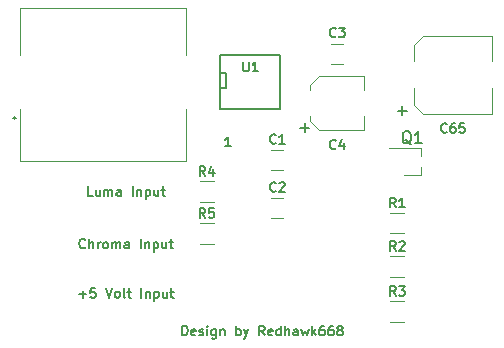
<source format=gbr>
G04 #@! TF.GenerationSoftware,KiCad,Pcbnew,(5.1.4)-1*
G04 #@! TF.CreationDate,2020-06-09T22:55:59+02:00*
G04 #@! TF.ProjectId,S-VHS ZX Spectrum Rev. B,532d5648-5320-45a5-9820-537065637472,rev?*
G04 #@! TF.SameCoordinates,Original*
G04 #@! TF.FileFunction,Legend,Top*
G04 #@! TF.FilePolarity,Positive*
%FSLAX46Y46*%
G04 Gerber Fmt 4.6, Leading zero omitted, Abs format (unit mm)*
G04 Created by KiCad (PCBNEW (5.1.4)-1) date 2020-06-09 22:55:59*
%MOMM*%
%LPD*%
G04 APERTURE LIST*
%ADD10C,0.200000*%
%ADD11C,0.150000*%
%ADD12C,0.120000*%
%ADD13C,0.100000*%
G04 APERTURE END LIST*
D10*
X155422571Y-95992904D02*
X154965428Y-95992904D01*
X155194000Y-95992904D02*
X155194000Y-95192904D01*
X155117809Y-95307190D01*
X155041619Y-95383380D01*
X154965428Y-95421476D01*
X151334047Y-111994904D02*
X151334047Y-111194904D01*
X151524523Y-111194904D01*
X151638809Y-111233000D01*
X151715000Y-111309190D01*
X151753095Y-111385380D01*
X151791190Y-111537761D01*
X151791190Y-111652047D01*
X151753095Y-111804428D01*
X151715000Y-111880619D01*
X151638809Y-111956809D01*
X151524523Y-111994904D01*
X151334047Y-111994904D01*
X152438809Y-111956809D02*
X152362619Y-111994904D01*
X152210238Y-111994904D01*
X152134047Y-111956809D01*
X152095952Y-111880619D01*
X152095952Y-111575857D01*
X152134047Y-111499666D01*
X152210238Y-111461571D01*
X152362619Y-111461571D01*
X152438809Y-111499666D01*
X152476904Y-111575857D01*
X152476904Y-111652047D01*
X152095952Y-111728238D01*
X152781666Y-111956809D02*
X152857857Y-111994904D01*
X153010238Y-111994904D01*
X153086428Y-111956809D01*
X153124523Y-111880619D01*
X153124523Y-111842523D01*
X153086428Y-111766333D01*
X153010238Y-111728238D01*
X152895952Y-111728238D01*
X152819761Y-111690142D01*
X152781666Y-111613952D01*
X152781666Y-111575857D01*
X152819761Y-111499666D01*
X152895952Y-111461571D01*
X153010238Y-111461571D01*
X153086428Y-111499666D01*
X153467380Y-111994904D02*
X153467380Y-111461571D01*
X153467380Y-111194904D02*
X153429285Y-111233000D01*
X153467380Y-111271095D01*
X153505476Y-111233000D01*
X153467380Y-111194904D01*
X153467380Y-111271095D01*
X154191190Y-111461571D02*
X154191190Y-112109190D01*
X154153095Y-112185380D01*
X154115000Y-112223476D01*
X154038809Y-112261571D01*
X153924523Y-112261571D01*
X153848333Y-112223476D01*
X154191190Y-111956809D02*
X154115000Y-111994904D01*
X153962619Y-111994904D01*
X153886428Y-111956809D01*
X153848333Y-111918714D01*
X153810238Y-111842523D01*
X153810238Y-111613952D01*
X153848333Y-111537761D01*
X153886428Y-111499666D01*
X153962619Y-111461571D01*
X154115000Y-111461571D01*
X154191190Y-111499666D01*
X154572142Y-111461571D02*
X154572142Y-111994904D01*
X154572142Y-111537761D02*
X154610238Y-111499666D01*
X154686428Y-111461571D01*
X154800714Y-111461571D01*
X154876904Y-111499666D01*
X154915000Y-111575857D01*
X154915000Y-111994904D01*
X155905476Y-111994904D02*
X155905476Y-111194904D01*
X155905476Y-111499666D02*
X155981666Y-111461571D01*
X156134047Y-111461571D01*
X156210238Y-111499666D01*
X156248333Y-111537761D01*
X156286428Y-111613952D01*
X156286428Y-111842523D01*
X156248333Y-111918714D01*
X156210238Y-111956809D01*
X156134047Y-111994904D01*
X155981666Y-111994904D01*
X155905476Y-111956809D01*
X156553095Y-111461571D02*
X156743571Y-111994904D01*
X156934047Y-111461571D02*
X156743571Y-111994904D01*
X156667380Y-112185380D01*
X156629285Y-112223476D01*
X156553095Y-112261571D01*
X158305476Y-111994904D02*
X158038809Y-111613952D01*
X157848333Y-111994904D02*
X157848333Y-111194904D01*
X158153095Y-111194904D01*
X158229285Y-111233000D01*
X158267380Y-111271095D01*
X158305476Y-111347285D01*
X158305476Y-111461571D01*
X158267380Y-111537761D01*
X158229285Y-111575857D01*
X158153095Y-111613952D01*
X157848333Y-111613952D01*
X158953095Y-111956809D02*
X158876904Y-111994904D01*
X158724523Y-111994904D01*
X158648333Y-111956809D01*
X158610238Y-111880619D01*
X158610238Y-111575857D01*
X158648333Y-111499666D01*
X158724523Y-111461571D01*
X158876904Y-111461571D01*
X158953095Y-111499666D01*
X158991190Y-111575857D01*
X158991190Y-111652047D01*
X158610238Y-111728238D01*
X159676904Y-111994904D02*
X159676904Y-111194904D01*
X159676904Y-111956809D02*
X159600714Y-111994904D01*
X159448333Y-111994904D01*
X159372142Y-111956809D01*
X159334047Y-111918714D01*
X159295952Y-111842523D01*
X159295952Y-111613952D01*
X159334047Y-111537761D01*
X159372142Y-111499666D01*
X159448333Y-111461571D01*
X159600714Y-111461571D01*
X159676904Y-111499666D01*
X160057857Y-111994904D02*
X160057857Y-111194904D01*
X160400714Y-111994904D02*
X160400714Y-111575857D01*
X160362619Y-111499666D01*
X160286428Y-111461571D01*
X160172142Y-111461571D01*
X160095952Y-111499666D01*
X160057857Y-111537761D01*
X161124523Y-111994904D02*
X161124523Y-111575857D01*
X161086428Y-111499666D01*
X161010238Y-111461571D01*
X160857857Y-111461571D01*
X160781666Y-111499666D01*
X161124523Y-111956809D02*
X161048333Y-111994904D01*
X160857857Y-111994904D01*
X160781666Y-111956809D01*
X160743571Y-111880619D01*
X160743571Y-111804428D01*
X160781666Y-111728238D01*
X160857857Y-111690142D01*
X161048333Y-111690142D01*
X161124523Y-111652047D01*
X161429285Y-111461571D02*
X161581666Y-111994904D01*
X161734047Y-111613952D01*
X161886428Y-111994904D01*
X162038809Y-111461571D01*
X162343571Y-111994904D02*
X162343571Y-111194904D01*
X162419761Y-111690142D02*
X162648333Y-111994904D01*
X162648333Y-111461571D02*
X162343571Y-111766333D01*
X163334047Y-111194904D02*
X163181666Y-111194904D01*
X163105476Y-111233000D01*
X163067380Y-111271095D01*
X162991190Y-111385380D01*
X162953095Y-111537761D01*
X162953095Y-111842523D01*
X162991190Y-111918714D01*
X163029285Y-111956809D01*
X163105476Y-111994904D01*
X163257857Y-111994904D01*
X163334047Y-111956809D01*
X163372142Y-111918714D01*
X163410238Y-111842523D01*
X163410238Y-111652047D01*
X163372142Y-111575857D01*
X163334047Y-111537761D01*
X163257857Y-111499666D01*
X163105476Y-111499666D01*
X163029285Y-111537761D01*
X162991190Y-111575857D01*
X162953095Y-111652047D01*
X164095952Y-111194904D02*
X163943571Y-111194904D01*
X163867380Y-111233000D01*
X163829285Y-111271095D01*
X163753095Y-111385380D01*
X163715000Y-111537761D01*
X163715000Y-111842523D01*
X163753095Y-111918714D01*
X163791190Y-111956809D01*
X163867380Y-111994904D01*
X164019761Y-111994904D01*
X164095952Y-111956809D01*
X164134047Y-111918714D01*
X164172142Y-111842523D01*
X164172142Y-111652047D01*
X164134047Y-111575857D01*
X164095952Y-111537761D01*
X164019761Y-111499666D01*
X163867380Y-111499666D01*
X163791190Y-111537761D01*
X163753095Y-111575857D01*
X163715000Y-111652047D01*
X164629285Y-111537761D02*
X164553095Y-111499666D01*
X164515000Y-111461571D01*
X164476904Y-111385380D01*
X164476904Y-111347285D01*
X164515000Y-111271095D01*
X164553095Y-111233000D01*
X164629285Y-111194904D01*
X164781666Y-111194904D01*
X164857857Y-111233000D01*
X164895952Y-111271095D01*
X164934047Y-111347285D01*
X164934047Y-111385380D01*
X164895952Y-111461571D01*
X164857857Y-111499666D01*
X164781666Y-111537761D01*
X164629285Y-111537761D01*
X164553095Y-111575857D01*
X164515000Y-111613952D01*
X164476904Y-111690142D01*
X164476904Y-111842523D01*
X164515000Y-111918714D01*
X164553095Y-111956809D01*
X164629285Y-111994904D01*
X164781666Y-111994904D01*
X164857857Y-111956809D01*
X164895952Y-111918714D01*
X164934047Y-111842523D01*
X164934047Y-111690142D01*
X164895952Y-111613952D01*
X164857857Y-111575857D01*
X164781666Y-111537761D01*
D11*
X155067000Y-91059000D02*
X154559000Y-91059000D01*
X155067000Y-89789000D02*
X155067000Y-91059000D01*
X154559000Y-89789000D02*
X155067000Y-89789000D01*
X154559000Y-92837000D02*
X154559000Y-88265000D01*
X159639000Y-92837000D02*
X154559000Y-92837000D01*
X159639000Y-88265000D02*
X159639000Y-92837000D01*
X154559000Y-88265000D02*
X159639000Y-88265000D01*
D12*
X152816000Y-102498000D02*
X154016000Y-102498000D01*
X154016000Y-104258000D02*
X152816000Y-104258000D01*
D13*
X137624000Y-88299000D02*
X137624000Y-84299000D01*
X137624000Y-84299000D02*
X151624000Y-84299000D01*
X151624000Y-84299000D02*
X151624000Y-88299000D01*
X137624000Y-92799000D02*
X137624000Y-97199000D01*
X137624000Y-97199000D02*
X151624000Y-97199000D01*
X151624000Y-97199000D02*
X151624000Y-92799000D01*
D10*
X137224000Y-93599000D02*
X137224000Y-93599000D01*
X137024000Y-93599000D02*
X137024000Y-93599000D01*
X137024000Y-93599000D02*
G75*
G02X137224000Y-93599000I100000J0D01*
G01*
X137224000Y-93599000D02*
G75*
G02X137024000Y-93599000I-100000J0D01*
G01*
D12*
X159885000Y-96305000D02*
X158885000Y-96305000D01*
X158885000Y-98005000D02*
X159885000Y-98005000D01*
X158885000Y-102069000D02*
X159885000Y-102069000D01*
X159885000Y-100369000D02*
X158885000Y-100369000D01*
X163965000Y-88988000D02*
X164965000Y-88988000D01*
X164965000Y-87288000D02*
X163965000Y-87288000D01*
X162945000Y-90039000D02*
X162175000Y-90809000D01*
X162945000Y-90039000D02*
X166755000Y-90039000D01*
X162945000Y-94619000D02*
X162175000Y-93849000D01*
X162945000Y-94619000D02*
X166755000Y-94619000D01*
X162175000Y-93849000D02*
X162175000Y-93449000D01*
X166755000Y-94619000D02*
X166755000Y-93449000D01*
X166755000Y-90039000D02*
X166755000Y-91209000D01*
X162175000Y-90809000D02*
X162175000Y-91209000D01*
X171704000Y-86616000D02*
X177544000Y-86616000D01*
X170944000Y-87376000D02*
X171704000Y-86616000D01*
X171704000Y-93216000D02*
X170944000Y-92456000D01*
X177544000Y-93216000D02*
X171704000Y-93216000D01*
X170944000Y-87376000D02*
X170944000Y-88796000D01*
X170944000Y-92456000D02*
X170944000Y-91036000D01*
X177544000Y-86616000D02*
X177544000Y-88796000D01*
X177544000Y-93216000D02*
X177544000Y-91036000D01*
X168945000Y-101609000D02*
X170145000Y-101609000D01*
X170145000Y-103369000D02*
X168945000Y-103369000D01*
X170145000Y-107052000D02*
X168945000Y-107052000D01*
X168945000Y-105292000D02*
X170145000Y-105292000D01*
X168945000Y-109102000D02*
X170145000Y-109102000D01*
X170145000Y-110862000D02*
X168945000Y-110862000D01*
X154016000Y-100702000D02*
X152816000Y-100702000D01*
X152816000Y-98942000D02*
X154016000Y-98942000D01*
X170140000Y-98442000D02*
X171550000Y-98442000D01*
X171550000Y-96122000D02*
X168815000Y-96122000D01*
X171550000Y-96112000D02*
X171550000Y-96782000D01*
X171550000Y-97782000D02*
X171550000Y-98442000D01*
D11*
X156489476Y-88842904D02*
X156489476Y-89490523D01*
X156527571Y-89566714D01*
X156565666Y-89604809D01*
X156641857Y-89642904D01*
X156794238Y-89642904D01*
X156870428Y-89604809D01*
X156908523Y-89566714D01*
X156946619Y-89490523D01*
X156946619Y-88842904D01*
X157746619Y-89642904D02*
X157289476Y-89642904D01*
X157518047Y-89642904D02*
X157518047Y-88842904D01*
X157441857Y-88957190D01*
X157365666Y-89033380D01*
X157289476Y-89071476D01*
X153282666Y-102039904D02*
X153016000Y-101658952D01*
X152825523Y-102039904D02*
X152825523Y-101239904D01*
X153130285Y-101239904D01*
X153206476Y-101278000D01*
X153244571Y-101316095D01*
X153282666Y-101392285D01*
X153282666Y-101506571D01*
X153244571Y-101582761D01*
X153206476Y-101620857D01*
X153130285Y-101658952D01*
X152825523Y-101658952D01*
X154006476Y-101239904D02*
X153625523Y-101239904D01*
X153587428Y-101620857D01*
X153625523Y-101582761D01*
X153701714Y-101544666D01*
X153892190Y-101544666D01*
X153968380Y-101582761D01*
X154006476Y-101620857D01*
X154044571Y-101697047D01*
X154044571Y-101887523D01*
X154006476Y-101963714D01*
X153968380Y-102001809D01*
X153892190Y-102039904D01*
X153701714Y-102039904D01*
X153625523Y-102001809D01*
X153587428Y-101963714D01*
X159251666Y-95690714D02*
X159213571Y-95728809D01*
X159099285Y-95766904D01*
X159023095Y-95766904D01*
X158908809Y-95728809D01*
X158832619Y-95652619D01*
X158794523Y-95576428D01*
X158756428Y-95424047D01*
X158756428Y-95309761D01*
X158794523Y-95157380D01*
X158832619Y-95081190D01*
X158908809Y-95005000D01*
X159023095Y-94966904D01*
X159099285Y-94966904D01*
X159213571Y-95005000D01*
X159251666Y-95043095D01*
X160013571Y-95766904D02*
X159556428Y-95766904D01*
X159785000Y-95766904D02*
X159785000Y-94966904D01*
X159708809Y-95081190D01*
X159632619Y-95157380D01*
X159556428Y-95195476D01*
X159251666Y-99754714D02*
X159213571Y-99792809D01*
X159099285Y-99830904D01*
X159023095Y-99830904D01*
X158908809Y-99792809D01*
X158832619Y-99716619D01*
X158794523Y-99640428D01*
X158756428Y-99488047D01*
X158756428Y-99373761D01*
X158794523Y-99221380D01*
X158832619Y-99145190D01*
X158908809Y-99069000D01*
X159023095Y-99030904D01*
X159099285Y-99030904D01*
X159213571Y-99069000D01*
X159251666Y-99107095D01*
X159556428Y-99107095D02*
X159594523Y-99069000D01*
X159670714Y-99030904D01*
X159861190Y-99030904D01*
X159937380Y-99069000D01*
X159975476Y-99107095D01*
X160013571Y-99183285D01*
X160013571Y-99259476D01*
X159975476Y-99373761D01*
X159518333Y-99830904D01*
X160013571Y-99830904D01*
X164331666Y-86673714D02*
X164293571Y-86711809D01*
X164179285Y-86749904D01*
X164103095Y-86749904D01*
X163988809Y-86711809D01*
X163912619Y-86635619D01*
X163874523Y-86559428D01*
X163836428Y-86407047D01*
X163836428Y-86292761D01*
X163874523Y-86140380D01*
X163912619Y-86064190D01*
X163988809Y-85988000D01*
X164103095Y-85949904D01*
X164179285Y-85949904D01*
X164293571Y-85988000D01*
X164331666Y-86026095D01*
X164598333Y-85949904D02*
X165093571Y-85949904D01*
X164826904Y-86254666D01*
X164941190Y-86254666D01*
X165017380Y-86292761D01*
X165055476Y-86330857D01*
X165093571Y-86407047D01*
X165093571Y-86597523D01*
X165055476Y-86673714D01*
X165017380Y-86711809D01*
X164941190Y-86749904D01*
X164712619Y-86749904D01*
X164636428Y-86711809D01*
X164598333Y-86673714D01*
X164331666Y-96154714D02*
X164293571Y-96192809D01*
X164179285Y-96230904D01*
X164103095Y-96230904D01*
X163988809Y-96192809D01*
X163912619Y-96116619D01*
X163874523Y-96040428D01*
X163836428Y-95888047D01*
X163836428Y-95773761D01*
X163874523Y-95621380D01*
X163912619Y-95545190D01*
X163988809Y-95469000D01*
X164103095Y-95430904D01*
X164179285Y-95430904D01*
X164293571Y-95469000D01*
X164331666Y-95507095D01*
X165017380Y-95697571D02*
X165017380Y-96230904D01*
X164826904Y-95392809D02*
X164636428Y-95964238D01*
X165131666Y-95964238D01*
X161314047Y-94410428D02*
X162075952Y-94410428D01*
X161695000Y-94791380D02*
X161695000Y-94029476D01*
X173729714Y-94761714D02*
X173691619Y-94799809D01*
X173577333Y-94837904D01*
X173501142Y-94837904D01*
X173386857Y-94799809D01*
X173310666Y-94723619D01*
X173272571Y-94647428D01*
X173234476Y-94495047D01*
X173234476Y-94380761D01*
X173272571Y-94228380D01*
X173310666Y-94152190D01*
X173386857Y-94076000D01*
X173501142Y-94037904D01*
X173577333Y-94037904D01*
X173691619Y-94076000D01*
X173729714Y-94114095D01*
X174415428Y-94037904D02*
X174263047Y-94037904D01*
X174186857Y-94076000D01*
X174148761Y-94114095D01*
X174072571Y-94228380D01*
X174034476Y-94380761D01*
X174034476Y-94685523D01*
X174072571Y-94761714D01*
X174110666Y-94799809D01*
X174186857Y-94837904D01*
X174339238Y-94837904D01*
X174415428Y-94799809D01*
X174453523Y-94761714D01*
X174491619Y-94685523D01*
X174491619Y-94495047D01*
X174453523Y-94418857D01*
X174415428Y-94380761D01*
X174339238Y-94342666D01*
X174186857Y-94342666D01*
X174110666Y-94380761D01*
X174072571Y-94418857D01*
X174034476Y-94495047D01*
X175215428Y-94037904D02*
X174834476Y-94037904D01*
X174796380Y-94418857D01*
X174834476Y-94380761D01*
X174910666Y-94342666D01*
X175101142Y-94342666D01*
X175177333Y-94380761D01*
X175215428Y-94418857D01*
X175253523Y-94495047D01*
X175253523Y-94685523D01*
X175215428Y-94761714D01*
X175177333Y-94799809D01*
X175101142Y-94837904D01*
X174910666Y-94837904D01*
X174834476Y-94799809D01*
X174796380Y-94761714D01*
X169583047Y-92997428D02*
X170344952Y-92997428D01*
X169964000Y-93378380D02*
X169964000Y-92616476D01*
X143738952Y-100183904D02*
X143358000Y-100183904D01*
X143358000Y-99383904D01*
X144348476Y-99650571D02*
X144348476Y-100183904D01*
X144005619Y-99650571D02*
X144005619Y-100069619D01*
X144043714Y-100145809D01*
X144119904Y-100183904D01*
X144234190Y-100183904D01*
X144310380Y-100145809D01*
X144348476Y-100107714D01*
X144729428Y-100183904D02*
X144729428Y-99650571D01*
X144729428Y-99726761D02*
X144767523Y-99688666D01*
X144843714Y-99650571D01*
X144958000Y-99650571D01*
X145034190Y-99688666D01*
X145072285Y-99764857D01*
X145072285Y-100183904D01*
X145072285Y-99764857D02*
X145110380Y-99688666D01*
X145186571Y-99650571D01*
X145300857Y-99650571D01*
X145377047Y-99688666D01*
X145415142Y-99764857D01*
X145415142Y-100183904D01*
X146138952Y-100183904D02*
X146138952Y-99764857D01*
X146100857Y-99688666D01*
X146024666Y-99650571D01*
X145872285Y-99650571D01*
X145796095Y-99688666D01*
X146138952Y-100145809D02*
X146062761Y-100183904D01*
X145872285Y-100183904D01*
X145796095Y-100145809D01*
X145758000Y-100069619D01*
X145758000Y-99993428D01*
X145796095Y-99917238D01*
X145872285Y-99879142D01*
X146062761Y-99879142D01*
X146138952Y-99841047D01*
X147129428Y-100183904D02*
X147129428Y-99383904D01*
X147510380Y-99650571D02*
X147510380Y-100183904D01*
X147510380Y-99726761D02*
X147548476Y-99688666D01*
X147624666Y-99650571D01*
X147738952Y-99650571D01*
X147815142Y-99688666D01*
X147853238Y-99764857D01*
X147853238Y-100183904D01*
X148234190Y-99650571D02*
X148234190Y-100450571D01*
X148234190Y-99688666D02*
X148310380Y-99650571D01*
X148462761Y-99650571D01*
X148538952Y-99688666D01*
X148577047Y-99726761D01*
X148615142Y-99802952D01*
X148615142Y-100031523D01*
X148577047Y-100107714D01*
X148538952Y-100145809D01*
X148462761Y-100183904D01*
X148310380Y-100183904D01*
X148234190Y-100145809D01*
X149300857Y-99650571D02*
X149300857Y-100183904D01*
X148958000Y-99650571D02*
X148958000Y-100069619D01*
X148996095Y-100145809D01*
X149072285Y-100183904D01*
X149186571Y-100183904D01*
X149262761Y-100145809D01*
X149300857Y-100107714D01*
X149567523Y-99650571D02*
X149872285Y-99650571D01*
X149681809Y-99383904D02*
X149681809Y-100069619D01*
X149719904Y-100145809D01*
X149796095Y-100183904D01*
X149872285Y-100183904D01*
X143129428Y-104552714D02*
X143091333Y-104590809D01*
X142977047Y-104628904D01*
X142900857Y-104628904D01*
X142786571Y-104590809D01*
X142710380Y-104514619D01*
X142672285Y-104438428D01*
X142634190Y-104286047D01*
X142634190Y-104171761D01*
X142672285Y-104019380D01*
X142710380Y-103943190D01*
X142786571Y-103867000D01*
X142900857Y-103828904D01*
X142977047Y-103828904D01*
X143091333Y-103867000D01*
X143129428Y-103905095D01*
X143472285Y-104628904D02*
X143472285Y-103828904D01*
X143815142Y-104628904D02*
X143815142Y-104209857D01*
X143777047Y-104133666D01*
X143700857Y-104095571D01*
X143586571Y-104095571D01*
X143510380Y-104133666D01*
X143472285Y-104171761D01*
X144196095Y-104628904D02*
X144196095Y-104095571D01*
X144196095Y-104247952D02*
X144234190Y-104171761D01*
X144272285Y-104133666D01*
X144348476Y-104095571D01*
X144424666Y-104095571D01*
X144805619Y-104628904D02*
X144729428Y-104590809D01*
X144691333Y-104552714D01*
X144653238Y-104476523D01*
X144653238Y-104247952D01*
X144691333Y-104171761D01*
X144729428Y-104133666D01*
X144805619Y-104095571D01*
X144919904Y-104095571D01*
X144996095Y-104133666D01*
X145034190Y-104171761D01*
X145072285Y-104247952D01*
X145072285Y-104476523D01*
X145034190Y-104552714D01*
X144996095Y-104590809D01*
X144919904Y-104628904D01*
X144805619Y-104628904D01*
X145415142Y-104628904D02*
X145415142Y-104095571D01*
X145415142Y-104171761D02*
X145453238Y-104133666D01*
X145529428Y-104095571D01*
X145643714Y-104095571D01*
X145719904Y-104133666D01*
X145758000Y-104209857D01*
X145758000Y-104628904D01*
X145758000Y-104209857D02*
X145796095Y-104133666D01*
X145872285Y-104095571D01*
X145986571Y-104095571D01*
X146062761Y-104133666D01*
X146100857Y-104209857D01*
X146100857Y-104628904D01*
X146824666Y-104628904D02*
X146824666Y-104209857D01*
X146786571Y-104133666D01*
X146710380Y-104095571D01*
X146558000Y-104095571D01*
X146481809Y-104133666D01*
X146824666Y-104590809D02*
X146748476Y-104628904D01*
X146558000Y-104628904D01*
X146481809Y-104590809D01*
X146443714Y-104514619D01*
X146443714Y-104438428D01*
X146481809Y-104362238D01*
X146558000Y-104324142D01*
X146748476Y-104324142D01*
X146824666Y-104286047D01*
X147815142Y-104628904D02*
X147815142Y-103828904D01*
X148196095Y-104095571D02*
X148196095Y-104628904D01*
X148196095Y-104171761D02*
X148234190Y-104133666D01*
X148310380Y-104095571D01*
X148424666Y-104095571D01*
X148500857Y-104133666D01*
X148538952Y-104209857D01*
X148538952Y-104628904D01*
X148919904Y-104095571D02*
X148919904Y-104895571D01*
X148919904Y-104133666D02*
X148996095Y-104095571D01*
X149148476Y-104095571D01*
X149224666Y-104133666D01*
X149262761Y-104171761D01*
X149300857Y-104247952D01*
X149300857Y-104476523D01*
X149262761Y-104552714D01*
X149224666Y-104590809D01*
X149148476Y-104628904D01*
X148996095Y-104628904D01*
X148919904Y-104590809D01*
X149986571Y-104095571D02*
X149986571Y-104628904D01*
X149643714Y-104095571D02*
X149643714Y-104514619D01*
X149681809Y-104590809D01*
X149758000Y-104628904D01*
X149872285Y-104628904D01*
X149948476Y-104590809D01*
X149986571Y-104552714D01*
X150253238Y-104095571D02*
X150558000Y-104095571D01*
X150367523Y-103828904D02*
X150367523Y-104514619D01*
X150405619Y-104590809D01*
X150481809Y-104628904D01*
X150558000Y-104628904D01*
X142615142Y-108515142D02*
X143224666Y-108515142D01*
X142919904Y-108819904D02*
X142919904Y-108210380D01*
X143986571Y-108019904D02*
X143605619Y-108019904D01*
X143567523Y-108400857D01*
X143605619Y-108362761D01*
X143681809Y-108324666D01*
X143872285Y-108324666D01*
X143948476Y-108362761D01*
X143986571Y-108400857D01*
X144024666Y-108477047D01*
X144024666Y-108667523D01*
X143986571Y-108743714D01*
X143948476Y-108781809D01*
X143872285Y-108819904D01*
X143681809Y-108819904D01*
X143605619Y-108781809D01*
X143567523Y-108743714D01*
X144862761Y-108019904D02*
X145129428Y-108819904D01*
X145396095Y-108019904D01*
X145777047Y-108819904D02*
X145700857Y-108781809D01*
X145662761Y-108743714D01*
X145624666Y-108667523D01*
X145624666Y-108438952D01*
X145662761Y-108362761D01*
X145700857Y-108324666D01*
X145777047Y-108286571D01*
X145891333Y-108286571D01*
X145967523Y-108324666D01*
X146005619Y-108362761D01*
X146043714Y-108438952D01*
X146043714Y-108667523D01*
X146005619Y-108743714D01*
X145967523Y-108781809D01*
X145891333Y-108819904D01*
X145777047Y-108819904D01*
X146500857Y-108819904D02*
X146424666Y-108781809D01*
X146386571Y-108705619D01*
X146386571Y-108019904D01*
X146691333Y-108286571D02*
X146996095Y-108286571D01*
X146805619Y-108019904D02*
X146805619Y-108705619D01*
X146843714Y-108781809D01*
X146919904Y-108819904D01*
X146996095Y-108819904D01*
X147872285Y-108819904D02*
X147872285Y-108019904D01*
X148253238Y-108286571D02*
X148253238Y-108819904D01*
X148253238Y-108362761D02*
X148291333Y-108324666D01*
X148367523Y-108286571D01*
X148481809Y-108286571D01*
X148558000Y-108324666D01*
X148596095Y-108400857D01*
X148596095Y-108819904D01*
X148977047Y-108286571D02*
X148977047Y-109086571D01*
X148977047Y-108324666D02*
X149053238Y-108286571D01*
X149205619Y-108286571D01*
X149281809Y-108324666D01*
X149319904Y-108362761D01*
X149358000Y-108438952D01*
X149358000Y-108667523D01*
X149319904Y-108743714D01*
X149281809Y-108781809D01*
X149205619Y-108819904D01*
X149053238Y-108819904D01*
X148977047Y-108781809D01*
X150043714Y-108286571D02*
X150043714Y-108819904D01*
X149700857Y-108286571D02*
X149700857Y-108705619D01*
X149738952Y-108781809D01*
X149815142Y-108819904D01*
X149929428Y-108819904D01*
X150005619Y-108781809D01*
X150043714Y-108743714D01*
X150310380Y-108286571D02*
X150615142Y-108286571D01*
X150424666Y-108019904D02*
X150424666Y-108705619D01*
X150462761Y-108781809D01*
X150538952Y-108819904D01*
X150615142Y-108819904D01*
X169411666Y-101150904D02*
X169145000Y-100769952D01*
X168954523Y-101150904D02*
X168954523Y-100350904D01*
X169259285Y-100350904D01*
X169335476Y-100389000D01*
X169373571Y-100427095D01*
X169411666Y-100503285D01*
X169411666Y-100617571D01*
X169373571Y-100693761D01*
X169335476Y-100731857D01*
X169259285Y-100769952D01*
X168954523Y-100769952D01*
X170173571Y-101150904D02*
X169716428Y-101150904D01*
X169945000Y-101150904D02*
X169945000Y-100350904D01*
X169868809Y-100465190D01*
X169792619Y-100541380D01*
X169716428Y-100579476D01*
X169411666Y-104833904D02*
X169145000Y-104452952D01*
X168954523Y-104833904D02*
X168954523Y-104033904D01*
X169259285Y-104033904D01*
X169335476Y-104072000D01*
X169373571Y-104110095D01*
X169411666Y-104186285D01*
X169411666Y-104300571D01*
X169373571Y-104376761D01*
X169335476Y-104414857D01*
X169259285Y-104452952D01*
X168954523Y-104452952D01*
X169716428Y-104110095D02*
X169754523Y-104072000D01*
X169830714Y-104033904D01*
X170021190Y-104033904D01*
X170097380Y-104072000D01*
X170135476Y-104110095D01*
X170173571Y-104186285D01*
X170173571Y-104262476D01*
X170135476Y-104376761D01*
X169678333Y-104833904D01*
X170173571Y-104833904D01*
X169411666Y-108643904D02*
X169145000Y-108262952D01*
X168954523Y-108643904D02*
X168954523Y-107843904D01*
X169259285Y-107843904D01*
X169335476Y-107882000D01*
X169373571Y-107920095D01*
X169411666Y-107996285D01*
X169411666Y-108110571D01*
X169373571Y-108186761D01*
X169335476Y-108224857D01*
X169259285Y-108262952D01*
X168954523Y-108262952D01*
X169678333Y-107843904D02*
X170173571Y-107843904D01*
X169906904Y-108148666D01*
X170021190Y-108148666D01*
X170097380Y-108186761D01*
X170135476Y-108224857D01*
X170173571Y-108301047D01*
X170173571Y-108491523D01*
X170135476Y-108567714D01*
X170097380Y-108605809D01*
X170021190Y-108643904D01*
X169792619Y-108643904D01*
X169716428Y-108605809D01*
X169678333Y-108567714D01*
X153282666Y-98483904D02*
X153016000Y-98102952D01*
X152825523Y-98483904D02*
X152825523Y-97683904D01*
X153130285Y-97683904D01*
X153206476Y-97722000D01*
X153244571Y-97760095D01*
X153282666Y-97836285D01*
X153282666Y-97950571D01*
X153244571Y-98026761D01*
X153206476Y-98064857D01*
X153130285Y-98102952D01*
X152825523Y-98102952D01*
X153968380Y-97950571D02*
X153968380Y-98483904D01*
X153777904Y-97645809D02*
X153587428Y-98217238D01*
X154082666Y-98217238D01*
X170719761Y-95829619D02*
X170624523Y-95782000D01*
X170529285Y-95686761D01*
X170386428Y-95543904D01*
X170291190Y-95496285D01*
X170195952Y-95496285D01*
X170243571Y-95734380D02*
X170148333Y-95686761D01*
X170053095Y-95591523D01*
X170005476Y-95401047D01*
X170005476Y-95067714D01*
X170053095Y-94877238D01*
X170148333Y-94782000D01*
X170243571Y-94734380D01*
X170434047Y-94734380D01*
X170529285Y-94782000D01*
X170624523Y-94877238D01*
X170672142Y-95067714D01*
X170672142Y-95401047D01*
X170624523Y-95591523D01*
X170529285Y-95686761D01*
X170434047Y-95734380D01*
X170243571Y-95734380D01*
X171624523Y-95734380D02*
X171053095Y-95734380D01*
X171338809Y-95734380D02*
X171338809Y-94734380D01*
X171243571Y-94877238D01*
X171148333Y-94972476D01*
X171053095Y-95020095D01*
M02*

</source>
